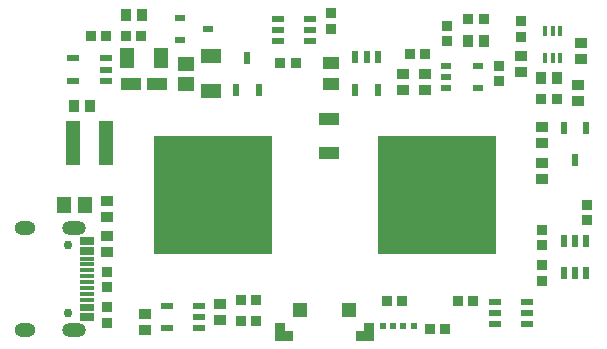
<source format=gbr>
G04*
G04 #@! TF.GenerationSoftware,Altium Limited,Altium Designer,25.2.1 (25)*
G04*
G04 Layer_Color=255*
%FSLAX25Y25*%
%MOIN*%
G70*
G04*
G04 #@! TF.SameCoordinates,44C634AB-46FA-46F5-9040-7CAB15AB579A*
G04*
G04*
G04 #@! TF.FilePolarity,Positive*
G04*
G01*
G75*
%ADD16R,0.07087X0.03937*%
%ADD17R,0.04724X0.14567*%
%ADD18R,0.03937X0.03543*%
%ADD19R,0.07087X0.05118*%
%ADD20R,0.05118X0.07087*%
%ADD21R,0.03347X0.03740*%
%ADD22R,0.03937X0.02362*%
%ADD23R,0.02362X0.01968*%
%ADD24R,0.01968X0.01968*%
%ADD25R,0.04724X0.04724*%
%ADD26R,0.05118X0.01181*%
%ADD27R,0.03543X0.03937*%
%ADD28R,0.03740X0.03347*%
%ADD29R,0.01575X0.03347*%
%ADD30R,0.05315X0.04134*%
%ADD31R,0.02362X0.03937*%
%ADD32R,0.03740X0.02362*%
%ADD33R,0.02362X0.04134*%
%ADD34R,0.05669X0.04764*%
%ADD35R,0.04764X0.05669*%
%ADD36R,0.06693X0.04134*%
%AMCUSTOMSHAPE63*
4,1,6,0.02953,0.02953,-0.00197,0.02953,-0.00197,0.00197,-0.02953,0.00197,-0.02953,-0.02953,0.02953,-0.02953,0.02953,0.02953,0.0*%
%ADD63CUSTOMSHAPE63*%

%AMCUSTOMSHAPE64*
4,1,6,0.02953,0.00197,0.00197,0.00197,0.00197,0.02953,-0.02953,0.02953,-0.02953,-0.02953,0.02953,-0.02953,0.02953,0.00197,0.0*%
%ADD64CUSTOMSHAPE64*%

%ADD69C,0.00500*%
%ADD70O,0.07087X0.04724*%
%ADD71O,0.07874X0.04724*%
%ADD72C,0.02953*%
%ADD73R,0.39370X0.39370*%
D16*
X85500Y-27500D02*
D03*
Y-16476D02*
D03*
D17*
X-80Y-24176D02*
D03*
X10944D02*
D03*
D18*
X169438Y9157D02*
D03*
Y3842D02*
D03*
X149297Y-766D02*
D03*
Y4549D02*
D03*
X117288Y-6795D02*
D03*
Y-1480D02*
D03*
X156401Y-19129D02*
D03*
Y-24444D02*
D03*
Y-36271D02*
D03*
Y-30956D02*
D03*
X168229Y-4843D02*
D03*
Y-10158D02*
D03*
X110053Y-1480D02*
D03*
Y-6795D02*
D03*
X11556Y-48830D02*
D03*
Y-43515D02*
D03*
Y-60658D02*
D03*
Y-55343D02*
D03*
X49034Y-83157D02*
D03*
Y-77842D02*
D03*
X24198Y-81187D02*
D03*
Y-86502D02*
D03*
D19*
X45929Y4518D02*
D03*
Y-6899D02*
D03*
D20*
X29514Y4147D02*
D03*
X18096D02*
D03*
D21*
X124149Y-86207D02*
D03*
X133405Y-77072D02*
D03*
X131787Y16940D02*
D03*
X136905D02*
D03*
X112384Y5328D02*
D03*
X117502D02*
D03*
X156204Y-9822D02*
D03*
X161322D02*
D03*
X74325Y2358D02*
D03*
X69207D02*
D03*
X128287Y-77072D02*
D03*
X119031Y-86207D02*
D03*
X104631Y-77072D02*
D03*
X109749D02*
D03*
X55941Y-76500D02*
D03*
X61059D02*
D03*
X55941Y-83603D02*
D03*
X61059D02*
D03*
X22864Y11346D02*
D03*
X17746D02*
D03*
X11036D02*
D03*
X5918D02*
D03*
D22*
X140685Y-84749D02*
D03*
Y-77269D02*
D03*
X68404Y17139D02*
D03*
Y13399D02*
D03*
Y9658D02*
D03*
X79033D02*
D03*
Y13399D02*
D03*
Y17139D02*
D03*
X111Y-3631D02*
D03*
Y3849D02*
D03*
X10938D02*
D03*
Y109D02*
D03*
Y-3631D02*
D03*
X140685Y-81009D02*
D03*
X151315Y-77269D02*
D03*
Y-81009D02*
D03*
Y-84749D02*
D03*
X41931Y-86148D02*
D03*
Y-82408D02*
D03*
Y-78668D02*
D03*
X31301D02*
D03*
Y-86148D02*
D03*
D23*
X103358Y-85257D02*
D03*
X113594D02*
D03*
D24*
X106823D02*
D03*
X110130D02*
D03*
D25*
X92108Y-79981D02*
D03*
X75573D02*
D03*
D26*
X4748Y-82912D02*
D03*
X4748Y-81731D02*
D03*
X4748Y-79763D02*
D03*
X4747Y-78542D02*
D03*
X4748Y-60904D02*
D03*
X4747Y-59644D02*
D03*
X4747Y-57715D02*
D03*
Y-56337D02*
D03*
X4747Y-76613D02*
D03*
Y-74643D02*
D03*
Y-72676D02*
D03*
X4747Y-70707D02*
D03*
X4747Y-68739D02*
D03*
X4747Y-66770D02*
D03*
X4747Y-64802D02*
D03*
Y-62833D02*
D03*
D27*
X131688Y9837D02*
D03*
X137003D02*
D03*
X156105Y-2663D02*
D03*
X161421D02*
D03*
X5822Y-12014D02*
D03*
X508D02*
D03*
X17648Y18484D02*
D03*
X22963D02*
D03*
D28*
X124880Y9560D02*
D03*
Y14678D02*
D03*
X149356Y16278D02*
D03*
Y11160D02*
D03*
X142183Y-3749D02*
D03*
Y1369D02*
D03*
X86137Y13791D02*
D03*
Y18909D02*
D03*
X11556Y-72387D02*
D03*
Y-67269D02*
D03*
Y-84215D02*
D03*
Y-79097D02*
D03*
X171272Y-44966D02*
D03*
Y-50084D02*
D03*
X156401Y-53220D02*
D03*
Y-58338D02*
D03*
X156401Y-65048D02*
D03*
Y-70166D02*
D03*
D29*
X157414Y13003D02*
D03*
X159973D02*
D03*
X162532D02*
D03*
Y4145D02*
D03*
X159973D02*
D03*
X157414D02*
D03*
D30*
X85905Y-4630D02*
D03*
Y2260D02*
D03*
D31*
X101670Y-6598D02*
D03*
X94190D02*
D03*
Y4228D02*
D03*
X97930D02*
D03*
X101670D02*
D03*
X171189Y-67667D02*
D03*
X167449D02*
D03*
X163709D02*
D03*
Y-57037D02*
D03*
X167449D02*
D03*
X171189D02*
D03*
X167441Y-30101D02*
D03*
X163701Y-19471D02*
D03*
X171181D02*
D03*
D32*
X135137Y1374D02*
D03*
Y-6106D02*
D03*
X124310D02*
D03*
Y-2366D02*
D03*
Y1374D02*
D03*
X35874Y17205D02*
D03*
Y10020D02*
D03*
X45126Y13612D02*
D03*
D33*
X58166Y4130D02*
D03*
X61906Y-6500D02*
D03*
X54426D02*
D03*
D34*
X37645Y-4810D02*
D03*
Y2080D02*
D03*
D35*
X-2929Y-45120D02*
D03*
X3960D02*
D03*
D36*
X28081Y-4728D02*
D03*
X19419D02*
D03*
D63*
X97423Y-87264D02*
D03*
D64*
X70258D02*
D03*
D69*
X88368Y-85099D02*
D03*
X79313D02*
D03*
X172500Y-83500D02*
D03*
Y18000D02*
D03*
X-15000Y-42500D02*
D03*
X84500Y-41500D02*
D03*
X-15000Y18000D02*
D03*
D70*
X-15916Y-52715D02*
D03*
Y-86731D02*
D03*
D71*
X541Y-52715D02*
D03*
Y-86731D02*
D03*
D72*
X-1546Y-81101D02*
D03*
Y-58345D02*
D03*
D73*
X121402Y-41500D02*
D03*
X46598D02*
D03*
M02*

</source>
